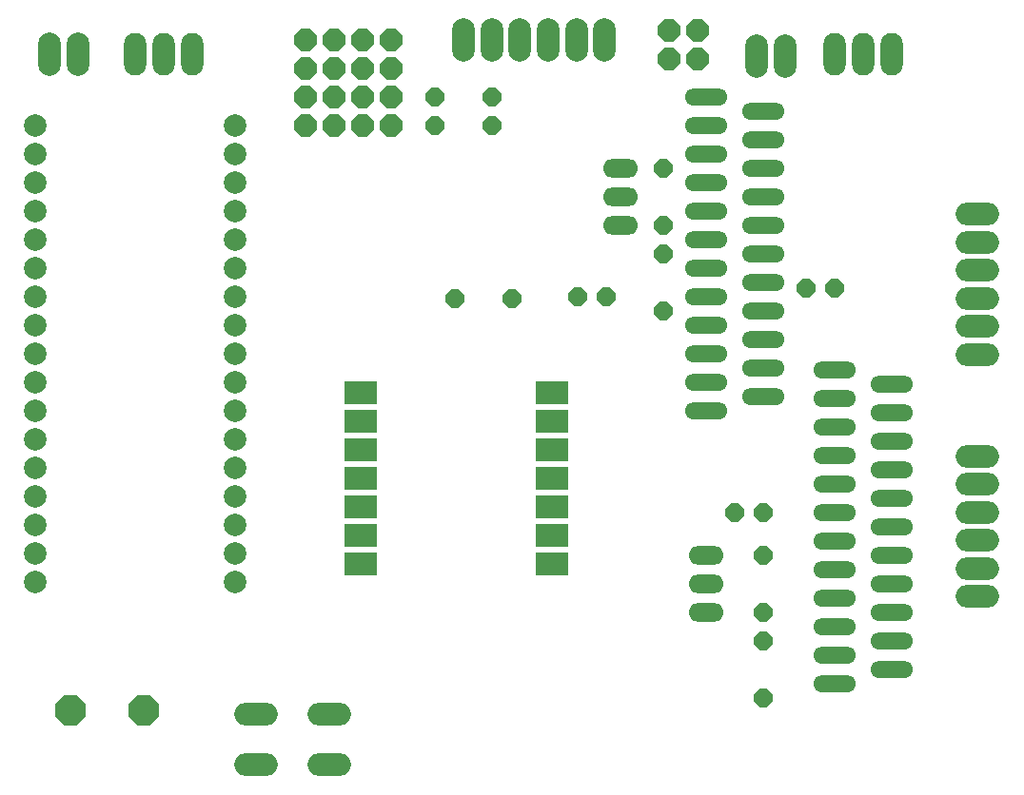
<source format=gbr>
%TF.GenerationSoftware,KiCad,Pcbnew,7.0.8*%
%TF.CreationDate,2024-06-07T19:37:30+09:00*%
%TF.ProjectId,untitled,756e7469-746c-4656-942e-6b696361645f,rev?*%
%TF.SameCoordinates,Original*%
%TF.FileFunction,Soldermask,Bot*%
%TF.FilePolarity,Negative*%
%FSLAX46Y46*%
G04 Gerber Fmt 4.6, Leading zero omitted, Abs format (unit mm)*
G04 Created by KiCad (PCBNEW 7.0.8) date 2024-06-07 19:37:30*
%MOMM*%
%LPD*%
G01*
G04 APERTURE LIST*
G04 Aperture macros list*
%AMFreePoly0*
4,1,25,0.585770,1.352196,0.597893,1.341842,1.341842,0.597893,1.370349,0.541945,1.371600,0.526051,1.371600,-0.526051,1.352196,-0.585770,1.341842,-0.597893,0.597893,-1.341842,0.541945,-1.370349,0.526051,-1.371600,-0.526051,-1.371600,-0.585770,-1.352196,-0.597893,-1.341842,-1.341842,-0.597893,-1.370349,-0.541945,-1.371600,-0.526051,-1.371600,0.526051,-1.352196,0.585770,-1.341842,0.597893,
-0.597893,1.341842,-0.541945,1.370349,-0.526051,1.371600,0.526051,1.371600,0.585770,1.352196,0.585770,1.352196,$1*%
%AMFreePoly1*
4,1,25,0.362725,0.813716,0.374848,0.803362,0.803362,0.374848,0.831869,0.318900,0.833120,0.303006,0.833120,-0.303006,0.813716,-0.362725,0.803362,-0.374848,0.374848,-0.803362,0.318900,-0.831869,0.303006,-0.833120,-0.303006,-0.833120,-0.362725,-0.813716,-0.374848,-0.803362,-0.803362,-0.374848,-0.831869,-0.318900,-0.833120,-0.303006,-0.833120,0.303006,-0.813716,0.362725,-0.803362,0.374848,
-0.374848,0.803362,-0.318900,0.831869,-0.303006,0.833120,0.303006,0.833120,0.362725,0.813716,0.362725,0.813716,$1*%
%AMFreePoly2*
4,1,25,0.438476,0.996596,0.450599,0.986242,0.986242,0.450599,1.014749,0.394651,1.016000,0.378757,1.016000,-0.378757,0.996596,-0.438476,0.986242,-0.450599,0.450599,-0.986242,0.394651,-1.014749,0.378757,-1.016000,-0.378757,-1.016000,-0.438476,-0.996596,-0.450599,-0.986242,-0.986242,-0.450599,-1.014749,-0.394651,-1.016000,-0.378757,-1.016000,0.378757,-0.996596,0.438476,-0.986242,0.450599,
-0.450599,0.986242,-0.394651,1.014749,-0.378757,1.016000,0.378757,1.016000,0.438476,0.996596,0.438476,0.996596,$1*%
G04 Aperture macros list end*
%ADD10O,3.803200X1.503200*%
%ADD11R,3.000000X2.000000*%
%ADD12C,2.000000*%
%ADD13O,3.129280X1.666240*%
%ADD14O,3.860800X2.032000*%
%ADD15FreePoly0,0.000000*%
%ADD16O,2.032000X3.860800*%
%ADD17O,2.003200X3.803200*%
%ADD18FreePoly1,180.000000*%
%ADD19FreePoly1,270.000000*%
%ADD20FreePoly1,0.000000*%
%ADD21FreePoly1,90.000000*%
%ADD22FreePoly2,90.000000*%
%ADD23FreePoly2,0.000000*%
G04 APERTURE END LIST*
D10*
%TO.C,U$2*%
X172720000Y-88900000D03*
X172720000Y-96520000D03*
X172720000Y-99060000D03*
X172720000Y-91440000D03*
X167640000Y-85090000D03*
X172720000Y-86360000D03*
X167640000Y-87630000D03*
X172720000Y-83820000D03*
X167640000Y-80010000D03*
X172720000Y-81280000D03*
X167640000Y-77470000D03*
X172720000Y-78740000D03*
X172720000Y-101600000D03*
X167640000Y-102870000D03*
X172720000Y-104140000D03*
X167640000Y-105410000D03*
X167640000Y-95250000D03*
X167640000Y-82550000D03*
X167640000Y-100330000D03*
X167640000Y-92710000D03*
X167640000Y-97790000D03*
X167640000Y-90170000D03*
X172720000Y-93980000D03*
%TD*%
%TO.C,U$3*%
X184150000Y-113150000D03*
X184150000Y-120770000D03*
X184150000Y-123310000D03*
X184150000Y-115690000D03*
X179070000Y-109340000D03*
X184150000Y-110610000D03*
X179070000Y-111880000D03*
X184150000Y-108070000D03*
X179070000Y-104260000D03*
X184150000Y-105530000D03*
X179070000Y-101720000D03*
X184150000Y-102990000D03*
X184150000Y-125850000D03*
X179070000Y-127120000D03*
X184150000Y-128390000D03*
X179070000Y-129660000D03*
X179070000Y-119500000D03*
X179070000Y-106800000D03*
X179070000Y-124580000D03*
X179070000Y-116960000D03*
X179070000Y-122040000D03*
X179070000Y-114420000D03*
X184150000Y-118230000D03*
%TD*%
D11*
%TO.C,U2*%
X153860000Y-118980000D03*
X153860000Y-116440000D03*
X153860000Y-113900000D03*
X153860000Y-111360000D03*
X153860000Y-108820000D03*
X153860000Y-106280000D03*
X153860000Y-103740000D03*
X136860000Y-103740000D03*
X136860000Y-106280000D03*
X136860000Y-108820000D03*
X136860000Y-111360000D03*
X136860000Y-113900000D03*
X136860000Y-116440000D03*
X136860000Y-118980000D03*
%TD*%
D12*
%TO.C,U1*%
X107950000Y-80010000D03*
X107950000Y-82550000D03*
X107950000Y-85090000D03*
X107950000Y-87630000D03*
X107950000Y-90170000D03*
X107950000Y-92710000D03*
X107950000Y-95250000D03*
X107950000Y-97790000D03*
X107950000Y-100330000D03*
X107950000Y-102870000D03*
X107950000Y-105410000D03*
X107950000Y-107950000D03*
X107950000Y-110490000D03*
X107950000Y-113030000D03*
X107950000Y-115570000D03*
X107950000Y-118110000D03*
X107950000Y-120650000D03*
X125730000Y-120650000D03*
X125730000Y-118110000D03*
X125730000Y-115570000D03*
X125730000Y-113030000D03*
X125730000Y-110490000D03*
X125730000Y-107950000D03*
X125730000Y-105410000D03*
X125730000Y-102870000D03*
X125730000Y-100330000D03*
X125730000Y-97790000D03*
X125730000Y-95250000D03*
X125730000Y-92710000D03*
X125730000Y-90170000D03*
X125730000Y-87630000D03*
X125730000Y-85090000D03*
X125730000Y-82550000D03*
X125730000Y-80010000D03*
%TD*%
D13*
%TO.C,T2*%
X167640000Y-118230000D03*
X167640000Y-120770000D03*
X167640000Y-123310000D03*
%TD*%
%TO.C,T1*%
X160020000Y-88900000D03*
X160020000Y-86360000D03*
X160020000Y-83820000D03*
%TD*%
D14*
%TO.C,STP1*%
X191770000Y-109420000D03*
X191770000Y-111920000D03*
X191770000Y-114420000D03*
X191770000Y-116920000D03*
X191770000Y-119420000D03*
X191770000Y-121920000D03*
%TD*%
%TO.C,STP0*%
X191770000Y-87850000D03*
X191770000Y-90350000D03*
X191770000Y-92850000D03*
X191770000Y-95350000D03*
X191770000Y-97850000D03*
X191770000Y-100350000D03*
%TD*%
D15*
%TO.C,SP1*%
X111048800Y-132080000D03*
X117551200Y-132080000D03*
%TD*%
D16*
%TO.C,SENSOR0*%
X146050000Y-72390000D03*
X148550000Y-72390000D03*
X151050000Y-72390000D03*
X153550000Y-72390000D03*
X156050000Y-72390000D03*
X158550000Y-72390000D03*
%TD*%
D17*
%TO.C,S4*%
X121920000Y-73660000D03*
X119380000Y-73660000D03*
X116840000Y-73660000D03*
%TD*%
%TO.C,S3*%
X184150000Y-73660000D03*
X181610000Y-73660000D03*
X179070000Y-73660000D03*
%TD*%
D14*
%TO.C,S1*%
X127558800Y-132359400D03*
X134061200Y-132359400D03*
X127558800Y-136880600D03*
X134061200Y-136880600D03*
%TD*%
D18*
%TO.C,R7*%
X150368000Y-95377000D03*
X145288000Y-95377000D03*
%TD*%
D19*
%TO.C,R6*%
X163830000Y-88900000D03*
X163830000Y-83820000D03*
%TD*%
%TO.C,R5*%
X163830000Y-96520000D03*
X163830000Y-91440000D03*
%TD*%
D20*
%TO.C,R4*%
X143510000Y-77470000D03*
X148590000Y-77470000D03*
%TD*%
%TO.C,R3*%
X143510000Y-80010000D03*
X148590000Y-80010000D03*
%TD*%
D21*
%TO.C,R2*%
X172720000Y-130930000D03*
X172720000Y-125850000D03*
%TD*%
%TO.C,R1*%
X172720000Y-123310000D03*
X172720000Y-118230000D03*
%TD*%
D20*
%TO.C,LED1*%
X156210000Y-95250000D03*
X158750000Y-95250000D03*
%TD*%
D16*
%TO.C,JP5*%
X109220000Y-73660000D03*
X111760000Y-73660000D03*
%TD*%
%TO.C,JP4*%
X172085000Y-73787000D03*
X174625000Y-73787000D03*
%TD*%
D22*
%TO.C,JP2*%
X139599000Y-80010000D03*
X137059000Y-80010000D03*
X139599000Y-77470000D03*
X137059000Y-77470000D03*
X139599000Y-74930000D03*
X137059000Y-74930000D03*
X139599000Y-72390000D03*
X137059000Y-72390000D03*
%TD*%
%TO.C,JP1*%
X134519000Y-80010000D03*
X131979000Y-80010000D03*
X134519000Y-77470000D03*
X131979000Y-77470000D03*
X134519000Y-74930000D03*
X131979000Y-74930000D03*
X134519000Y-72390000D03*
X131979000Y-72390000D03*
%TD*%
D23*
%TO.C,GND0*%
X164338000Y-74041000D03*
X164338000Y-71501000D03*
X166878000Y-74041000D03*
X166878000Y-71501000D03*
%TD*%
D18*
%TO.C,C3*%
X179025200Y-94479200D03*
X176485200Y-94479200D03*
%TD*%
D20*
%TO.C,C1*%
X170180000Y-114420000D03*
X172720000Y-114420000D03*
%TD*%
M02*

</source>
